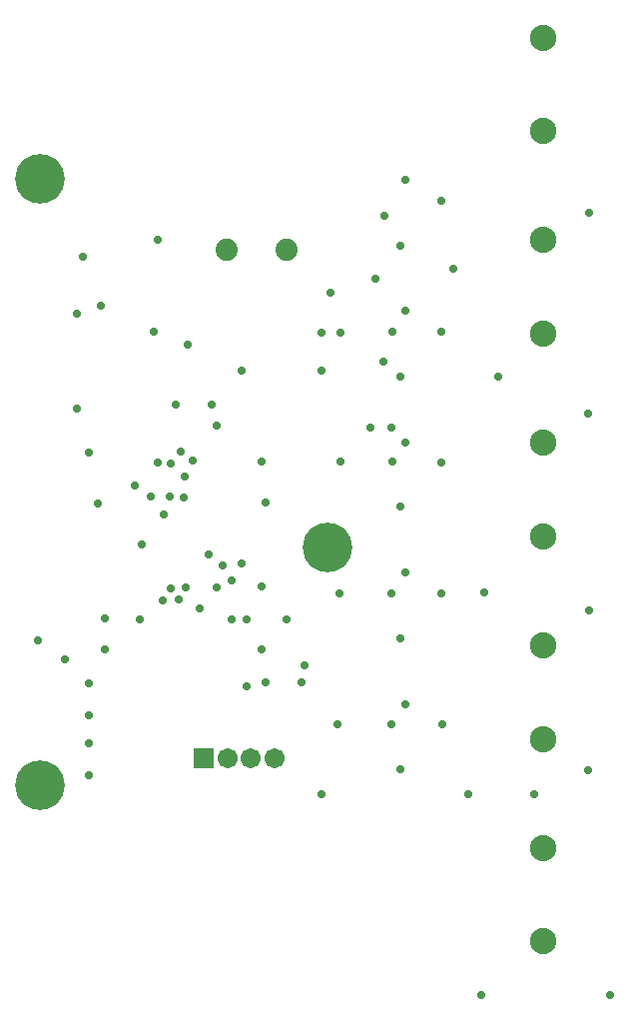
<source format=gbr>
%TF.GenerationSoftware,Altium Limited,Altium Designer,20.1.12 (249)*%
G04 Layer_Color=16711935*
%FSLAX26Y26*%
%MOIN*%
%TF.SameCoordinates,D7814EA1-E16B-4454-910B-2193EC0156EE*%
%TF.FilePolarity,Negative*%
%TF.FileFunction,Soldermask,Bot*%
%TF.Part,Single*%
G01*
G75*
%TA.AperFunction,ViaPad*%
%ADD48C,0.165480*%
%TA.AperFunction,ComponentPad*%
%ADD49C,0.067055*%
%ADD50R,0.067055X0.067055*%
%ADD51C,0.088000*%
%ADD52C,0.074142*%
%TA.AperFunction,ViaPad*%
%ADD53C,0.028000*%
D48*
X1080000Y1590000D02*
D03*
X120000Y795000D02*
D03*
Y2820000D02*
D03*
D49*
X824370Y886654D02*
D03*
X745630D02*
D03*
X903110D02*
D03*
D50*
X666890D02*
D03*
D51*
X1800000Y1262274D02*
D03*
Y951250D02*
D03*
Y1938524D02*
D03*
Y1627500D02*
D03*
Y2614774D02*
D03*
Y2303750D02*
D03*
Y3291024D02*
D03*
Y2980000D02*
D03*
Y586024D02*
D03*
Y275000D02*
D03*
D52*
X745000Y2582018D02*
D03*
X945000D02*
D03*
D53*
X500000Y2310000D02*
D03*
X512349Y1872349D02*
D03*
X575000Y2065000D02*
D03*
X695000D02*
D03*
X1325000Y2595000D02*
D03*
X655000Y1385000D02*
D03*
X436620Y1795961D02*
D03*
X315000Y1735000D02*
D03*
X490000Y1760000D02*
D03*
X555000D02*
D03*
X1119427Y1436250D02*
D03*
X1500000Y2520000D02*
D03*
X1955000Y1380000D02*
D03*
X730000Y1530000D02*
D03*
X760000Y1480000D02*
D03*
X605000Y1825000D02*
D03*
X2025000Y95000D02*
D03*
X1950000Y845000D02*
D03*
X685000Y1565000D02*
D03*
X1950000Y2035000D02*
D03*
X1955000Y2705000D02*
D03*
X795000Y1535000D02*
D03*
X1770000Y765000D02*
D03*
X1550000D02*
D03*
X1595000Y95000D02*
D03*
X1060000Y765000D02*
D03*
X1605000Y1440000D02*
D03*
X1650000Y2160000D02*
D03*
X795000Y2180000D02*
D03*
X615000Y2265000D02*
D03*
X1268750Y2208750D02*
D03*
X1060000Y2180000D02*
D03*
X1125355Y2307105D02*
D03*
X1060000Y2305000D02*
D03*
X1090000Y2440000D02*
D03*
X600000Y1755000D02*
D03*
X1270000Y2695000D02*
D03*
X1240000Y2485000D02*
D03*
X515000Y2615000D02*
D03*
X265000Y2560000D02*
D03*
X325000Y2395000D02*
D03*
X205000Y1215000D02*
D03*
X115000Y1280000D02*
D03*
X285000Y1905000D02*
D03*
X875000Y1740000D02*
D03*
X860000Y1875000D02*
D03*
X875000Y1140000D02*
D03*
X995000D02*
D03*
X1005000Y1195000D02*
D03*
X945000Y1350000D02*
D03*
X335591Y1249409D02*
D03*
Y1351772D02*
D03*
X454409Y1350591D02*
D03*
X530404Y1414597D02*
D03*
X608386Y1455000D02*
D03*
X557205Y1452795D02*
D03*
X582795Y1417795D02*
D03*
X285000Y830000D02*
D03*
Y935000D02*
D03*
Y1030000D02*
D03*
Y1135000D02*
D03*
X460000Y1600000D02*
D03*
X535000Y1700000D02*
D03*
X557230Y1870713D02*
D03*
X589313Y1909062D02*
D03*
X710000Y1995000D02*
D03*
X630000Y1880000D02*
D03*
X710000Y1455000D02*
D03*
X860000Y1460000D02*
D03*
X760000Y1350000D02*
D03*
X860000Y1250000D02*
D03*
X810000Y1350000D02*
D03*
Y1125000D02*
D03*
X245000Y2054183D02*
D03*
Y2369183D02*
D03*
X1295000Y1990000D02*
D03*
X1225000D02*
D03*
X1296875Y2310000D02*
D03*
X1295000Y1435000D02*
D03*
X1296562Y1875000D02*
D03*
X1125000D02*
D03*
X1115000Y1000000D02*
D03*
X1295000D02*
D03*
X1461705Y2745000D02*
D03*
Y2308750D02*
D03*
Y1873100D02*
D03*
Y1436250D02*
D03*
X1465000Y1000000D02*
D03*
X1324527Y2160000D02*
D03*
Y1725000D02*
D03*
Y1285000D02*
D03*
Y850000D02*
D03*
X1340000Y1066900D02*
D03*
Y1505000D02*
D03*
Y1940000D02*
D03*
Y2380000D02*
D03*
Y2815000D02*
D03*
%TF.MD5,ff014d81e4c53bd9aaa4920a1b23818f*%
M02*

</source>
